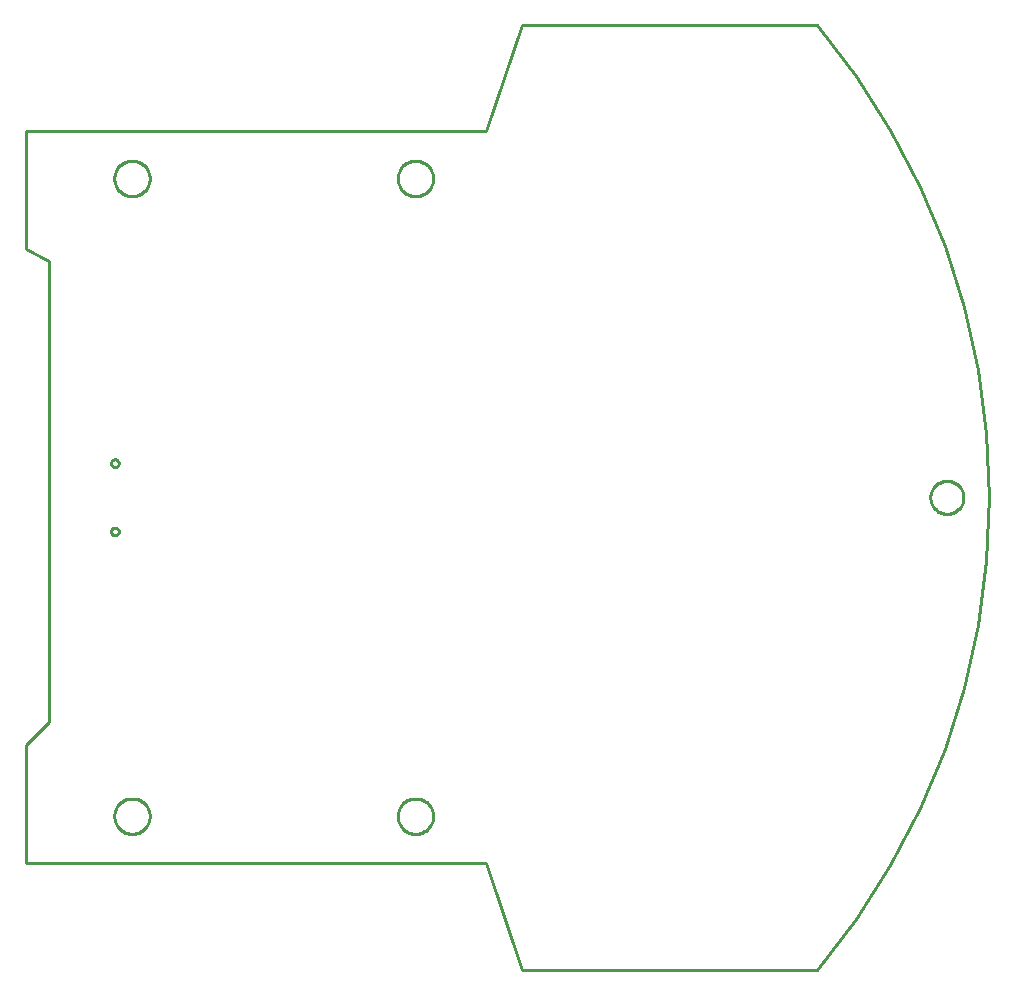
<source format=gbr>
G04 EAGLE Gerber RS-274X export*
G75*
%MOMM*%
%FSLAX34Y34*%
%LPD*%
%IN*%
%IPPOS*%
%AMOC8*
5,1,8,0,0,1.08239X$1,22.5*%
G01*
%ADD10C,0.254000*%


D10*
X-20000Y90000D02*
X370000Y90000D01*
X400000Y0D01*
X650000Y0D01*
X683048Y43069D01*
X712217Y88855D01*
X737284Y137009D01*
X758059Y187164D01*
X774384Y238940D01*
X786134Y291941D01*
X793220Y345764D01*
X795588Y400000D01*
X793220Y454236D01*
X786134Y508059D01*
X774384Y561060D01*
X758059Y612836D01*
X737284Y662991D01*
X712217Y711145D01*
X683048Y756931D01*
X650000Y800000D01*
X400000Y800000D01*
X370000Y710000D01*
X-20000Y710000D01*
X-20000Y610000D01*
X0Y600000D01*
X0Y210000D01*
X-20000Y190000D01*
X-20000Y90000D01*
X55337Y425650D02*
X54915Y425706D01*
X54503Y425816D01*
X54109Y425979D01*
X53741Y426192D01*
X53403Y426451D01*
X53101Y426753D01*
X52842Y427091D01*
X52629Y427459D01*
X52466Y427853D01*
X52356Y428265D01*
X52300Y428687D01*
X52300Y429113D01*
X52356Y429535D01*
X52466Y429947D01*
X52629Y430341D01*
X52842Y430709D01*
X53101Y431047D01*
X53403Y431349D01*
X53741Y431608D01*
X54109Y431821D01*
X54503Y431984D01*
X54915Y432094D01*
X55337Y432150D01*
X55763Y432150D01*
X56185Y432094D01*
X56597Y431984D01*
X56991Y431821D01*
X57359Y431608D01*
X57697Y431349D01*
X57999Y431047D01*
X58258Y430709D01*
X58471Y430341D01*
X58634Y429947D01*
X58744Y429535D01*
X58800Y429113D01*
X58800Y428687D01*
X58744Y428265D01*
X58634Y427853D01*
X58471Y427459D01*
X58258Y427091D01*
X57999Y426753D01*
X57697Y426451D01*
X57359Y426192D01*
X56991Y425979D01*
X56597Y425816D01*
X56185Y425706D01*
X55763Y425650D01*
X55337Y425650D01*
X55337Y367850D02*
X54915Y367906D01*
X54503Y368016D01*
X54109Y368179D01*
X53741Y368392D01*
X53403Y368651D01*
X53101Y368953D01*
X52842Y369291D01*
X52629Y369659D01*
X52466Y370053D01*
X52356Y370465D01*
X52300Y370887D01*
X52300Y371313D01*
X52356Y371735D01*
X52466Y372147D01*
X52629Y372541D01*
X52842Y372909D01*
X53101Y373247D01*
X53403Y373549D01*
X53741Y373808D01*
X54109Y374021D01*
X54503Y374184D01*
X54915Y374294D01*
X55337Y374350D01*
X55763Y374350D01*
X56185Y374294D01*
X56597Y374184D01*
X56991Y374021D01*
X57359Y373808D01*
X57697Y373549D01*
X57999Y373247D01*
X58258Y372909D01*
X58471Y372541D01*
X58634Y372147D01*
X58744Y371735D01*
X58800Y371313D01*
X58800Y370887D01*
X58744Y370465D01*
X58634Y370053D01*
X58471Y369659D01*
X58258Y369291D01*
X57999Y368953D01*
X57697Y368651D01*
X57359Y368392D01*
X56991Y368179D01*
X56597Y368016D01*
X56185Y367906D01*
X55763Y367850D01*
X55337Y367850D01*
X774000Y399500D02*
X773929Y398503D01*
X773786Y397513D01*
X773574Y396536D01*
X773292Y395576D01*
X772943Y394639D01*
X772527Y393729D01*
X772048Y392852D01*
X771507Y392010D01*
X770908Y391210D01*
X770253Y390454D01*
X769546Y389747D01*
X768790Y389092D01*
X767990Y388493D01*
X767148Y387952D01*
X766271Y387473D01*
X765361Y387057D01*
X764424Y386708D01*
X763465Y386426D01*
X762487Y386214D01*
X761498Y386071D01*
X760500Y386000D01*
X759500Y386000D01*
X758503Y386071D01*
X757513Y386214D01*
X756536Y386426D01*
X755576Y386708D01*
X754639Y387057D01*
X753729Y387473D01*
X752852Y387952D01*
X752010Y388493D01*
X751210Y389092D01*
X750454Y389747D01*
X749747Y390454D01*
X749092Y391210D01*
X748493Y392010D01*
X747952Y392852D01*
X747473Y393729D01*
X747057Y394639D01*
X746708Y395576D01*
X746426Y396536D01*
X746214Y397513D01*
X746071Y398503D01*
X746000Y399500D01*
X746000Y400500D01*
X746071Y401498D01*
X746214Y402487D01*
X746426Y403465D01*
X746708Y404424D01*
X747057Y405361D01*
X747473Y406271D01*
X747952Y407148D01*
X748493Y407990D01*
X749092Y408790D01*
X749747Y409546D01*
X750454Y410253D01*
X751210Y410908D01*
X752010Y411507D01*
X752852Y412048D01*
X753729Y412527D01*
X754639Y412943D01*
X755576Y413292D01*
X756536Y413574D01*
X757513Y413786D01*
X758503Y413929D01*
X759500Y414000D01*
X760500Y414000D01*
X761498Y413929D01*
X762487Y413786D01*
X763465Y413574D01*
X764424Y413292D01*
X765361Y412943D01*
X766271Y412527D01*
X767148Y412048D01*
X767990Y411507D01*
X768790Y410908D01*
X769546Y410253D01*
X770253Y409546D01*
X770908Y408790D01*
X771507Y407990D01*
X772048Y407148D01*
X772527Y406271D01*
X772943Y405361D01*
X773292Y404424D01*
X773574Y403465D01*
X773786Y402487D01*
X773929Y401498D01*
X774000Y400500D01*
X774000Y399500D01*
X69464Y655000D02*
X68396Y655076D01*
X67335Y655229D01*
X66288Y655457D01*
X65260Y655759D01*
X64256Y656133D01*
X63281Y656578D01*
X62341Y657092D01*
X61440Y657671D01*
X60582Y658313D01*
X59772Y659015D01*
X59015Y659772D01*
X58313Y660582D01*
X57671Y661440D01*
X57092Y662341D01*
X56578Y663281D01*
X56133Y664256D01*
X55759Y665260D01*
X55457Y666288D01*
X55229Y667335D01*
X55076Y668396D01*
X55000Y669464D01*
X55000Y670536D01*
X55076Y671604D01*
X55229Y672665D01*
X55457Y673712D01*
X55759Y674740D01*
X56133Y675744D01*
X56578Y676719D01*
X57092Y677659D01*
X57671Y678560D01*
X58313Y679418D01*
X59015Y680228D01*
X59772Y680985D01*
X60582Y681687D01*
X61440Y682329D01*
X62341Y682908D01*
X63281Y683422D01*
X64256Y683867D01*
X65260Y684241D01*
X66288Y684543D01*
X67335Y684771D01*
X68396Y684924D01*
X69464Y685000D01*
X70536Y685000D01*
X71604Y684924D01*
X72665Y684771D01*
X73712Y684543D01*
X74740Y684241D01*
X75744Y683867D01*
X76719Y683422D01*
X77659Y682908D01*
X78560Y682329D01*
X79418Y681687D01*
X80228Y680985D01*
X80985Y680228D01*
X81687Y679418D01*
X82329Y678560D01*
X82908Y677659D01*
X83422Y676719D01*
X83867Y675744D01*
X84241Y674740D01*
X84543Y673712D01*
X84771Y672665D01*
X84924Y671604D01*
X85000Y670536D01*
X85000Y669464D01*
X84924Y668396D01*
X84771Y667335D01*
X84543Y666288D01*
X84241Y665260D01*
X83867Y664256D01*
X83422Y663281D01*
X82908Y662341D01*
X82329Y661440D01*
X81687Y660582D01*
X80985Y659772D01*
X80228Y659015D01*
X79418Y658313D01*
X78560Y657671D01*
X77659Y657092D01*
X76719Y656578D01*
X75744Y656133D01*
X74740Y655759D01*
X73712Y655457D01*
X72665Y655229D01*
X71604Y655076D01*
X70536Y655000D01*
X69464Y655000D01*
X309464Y655000D02*
X308396Y655076D01*
X307335Y655229D01*
X306288Y655457D01*
X305260Y655759D01*
X304256Y656133D01*
X303281Y656578D01*
X302341Y657092D01*
X301440Y657671D01*
X300582Y658313D01*
X299772Y659015D01*
X299015Y659772D01*
X298313Y660582D01*
X297671Y661440D01*
X297092Y662341D01*
X296578Y663281D01*
X296133Y664256D01*
X295759Y665260D01*
X295457Y666288D01*
X295229Y667335D01*
X295076Y668396D01*
X295000Y669464D01*
X295000Y670536D01*
X295076Y671604D01*
X295229Y672665D01*
X295457Y673712D01*
X295759Y674740D01*
X296133Y675744D01*
X296578Y676719D01*
X297092Y677659D01*
X297671Y678560D01*
X298313Y679418D01*
X299015Y680228D01*
X299772Y680985D01*
X300582Y681687D01*
X301440Y682329D01*
X302341Y682908D01*
X303281Y683422D01*
X304256Y683867D01*
X305260Y684241D01*
X306288Y684543D01*
X307335Y684771D01*
X308396Y684924D01*
X309464Y685000D01*
X310536Y685000D01*
X311604Y684924D01*
X312665Y684771D01*
X313712Y684543D01*
X314740Y684241D01*
X315744Y683867D01*
X316719Y683422D01*
X317659Y682908D01*
X318560Y682329D01*
X319418Y681687D01*
X320228Y680985D01*
X320985Y680228D01*
X321687Y679418D01*
X322329Y678560D01*
X322908Y677659D01*
X323422Y676719D01*
X323867Y675744D01*
X324241Y674740D01*
X324543Y673712D01*
X324771Y672665D01*
X324924Y671604D01*
X325000Y670536D01*
X325000Y669464D01*
X324924Y668396D01*
X324771Y667335D01*
X324543Y666288D01*
X324241Y665260D01*
X323867Y664256D01*
X323422Y663281D01*
X322908Y662341D01*
X322329Y661440D01*
X321687Y660582D01*
X320985Y659772D01*
X320228Y659015D01*
X319418Y658313D01*
X318560Y657671D01*
X317659Y657092D01*
X316719Y656578D01*
X315744Y656133D01*
X314740Y655759D01*
X313712Y655457D01*
X312665Y655229D01*
X311604Y655076D01*
X310536Y655000D01*
X309464Y655000D01*
X310536Y145000D02*
X311604Y144924D01*
X312665Y144771D01*
X313712Y144543D01*
X314740Y144241D01*
X315744Y143867D01*
X316719Y143422D01*
X317659Y142908D01*
X318560Y142329D01*
X319418Y141687D01*
X320228Y140985D01*
X320985Y140228D01*
X321687Y139418D01*
X322329Y138560D01*
X322908Y137659D01*
X323422Y136719D01*
X323867Y135744D01*
X324241Y134740D01*
X324543Y133712D01*
X324771Y132665D01*
X324924Y131604D01*
X325000Y130536D01*
X325000Y129464D01*
X324924Y128396D01*
X324771Y127335D01*
X324543Y126288D01*
X324241Y125260D01*
X323867Y124256D01*
X323422Y123281D01*
X322908Y122341D01*
X322329Y121440D01*
X321687Y120582D01*
X320985Y119772D01*
X320228Y119015D01*
X319418Y118313D01*
X318560Y117671D01*
X317659Y117092D01*
X316719Y116578D01*
X315744Y116133D01*
X314740Y115759D01*
X313712Y115457D01*
X312665Y115229D01*
X311604Y115076D01*
X310536Y115000D01*
X309464Y115000D01*
X308396Y115076D01*
X307335Y115229D01*
X306288Y115457D01*
X305260Y115759D01*
X304256Y116133D01*
X303281Y116578D01*
X302341Y117092D01*
X301440Y117671D01*
X300582Y118313D01*
X299772Y119015D01*
X299015Y119772D01*
X298313Y120582D01*
X297671Y121440D01*
X297092Y122341D01*
X296578Y123281D01*
X296133Y124256D01*
X295759Y125260D01*
X295457Y126288D01*
X295229Y127335D01*
X295076Y128396D01*
X295000Y129464D01*
X295000Y130536D01*
X295076Y131604D01*
X295229Y132665D01*
X295457Y133712D01*
X295759Y134740D01*
X296133Y135744D01*
X296578Y136719D01*
X297092Y137659D01*
X297671Y138560D01*
X298313Y139418D01*
X299015Y140228D01*
X299772Y140985D01*
X300582Y141687D01*
X301440Y142329D01*
X302341Y142908D01*
X303281Y143422D01*
X304256Y143867D01*
X305260Y144241D01*
X306288Y144543D01*
X307335Y144771D01*
X308396Y144924D01*
X309464Y145000D01*
X310536Y145000D01*
X70536Y145000D02*
X71604Y144924D01*
X72665Y144771D01*
X73712Y144543D01*
X74740Y144241D01*
X75744Y143867D01*
X76719Y143422D01*
X77659Y142908D01*
X78560Y142329D01*
X79418Y141687D01*
X80228Y140985D01*
X80985Y140228D01*
X81687Y139418D01*
X82329Y138560D01*
X82908Y137659D01*
X83422Y136719D01*
X83867Y135744D01*
X84241Y134740D01*
X84543Y133712D01*
X84771Y132665D01*
X84924Y131604D01*
X85000Y130536D01*
X85000Y129464D01*
X84924Y128396D01*
X84771Y127335D01*
X84543Y126288D01*
X84241Y125260D01*
X83867Y124256D01*
X83422Y123281D01*
X82908Y122341D01*
X82329Y121440D01*
X81687Y120582D01*
X80985Y119772D01*
X80228Y119015D01*
X79418Y118313D01*
X78560Y117671D01*
X77659Y117092D01*
X76719Y116578D01*
X75744Y116133D01*
X74740Y115759D01*
X73712Y115457D01*
X72665Y115229D01*
X71604Y115076D01*
X70536Y115000D01*
X69464Y115000D01*
X68396Y115076D01*
X67335Y115229D01*
X66288Y115457D01*
X65260Y115759D01*
X64256Y116133D01*
X63281Y116578D01*
X62341Y117092D01*
X61440Y117671D01*
X60582Y118313D01*
X59772Y119015D01*
X59015Y119772D01*
X58313Y120582D01*
X57671Y121440D01*
X57092Y122341D01*
X56578Y123281D01*
X56133Y124256D01*
X55759Y125260D01*
X55457Y126288D01*
X55229Y127335D01*
X55076Y128396D01*
X55000Y129464D01*
X55000Y130536D01*
X55076Y131604D01*
X55229Y132665D01*
X55457Y133712D01*
X55759Y134740D01*
X56133Y135744D01*
X56578Y136719D01*
X57092Y137659D01*
X57671Y138560D01*
X58313Y139418D01*
X59015Y140228D01*
X59772Y140985D01*
X60582Y141687D01*
X61440Y142329D01*
X62341Y142908D01*
X63281Y143422D01*
X64256Y143867D01*
X65260Y144241D01*
X66288Y144543D01*
X67335Y144771D01*
X68396Y144924D01*
X69464Y145000D01*
X70536Y145000D01*
M02*

</source>
